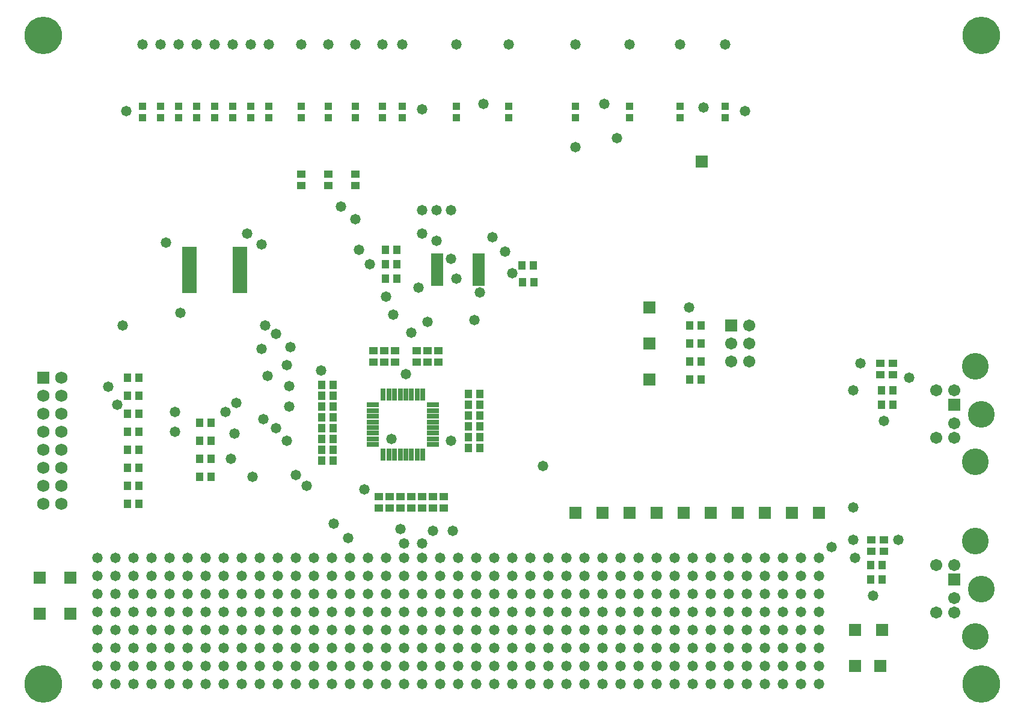
<source format=gts>
G04*
G04 #@! TF.GenerationSoftware,Altium Limited,Altium Designer,22.3.1 (43)*
G04*
G04 Layer_Color=8388736*
%FSLAX25Y25*%
%MOIN*%
G70*
G04*
G04 #@! TF.SameCoordinates,95171FB7-D515-428C-BD45-E7A15DE81ABC*
G04*
G04*
G04 #@! TF.FilePolarity,Negative*
G04*
G01*
G75*
%ADD23R,0.03950X0.03950*%
%ADD24R,0.03950X0.04540*%
%ADD25R,0.07887X0.02572*%
%ADD26R,0.06607X0.02572*%
%ADD27R,0.04540X0.03950*%
%ADD28R,0.03162X0.06607*%
%ADD29R,0.06607X0.03162*%
%ADD30C,0.20800*%
%ADD31R,0.06706X0.06706*%
%ADD32C,0.14796*%
%ADD33C,0.06741*%
%ADD34R,0.06741X0.06741*%
%ADD35C,0.06706*%
%ADD36R,0.06706X0.06706*%
%ADD37C,0.06800*%
%ADD38R,0.06800X0.06800*%
%ADD39C,0.05800*%
D23*
X315000Y334350D02*
D03*
Y340650D02*
D03*
X219000Y334350D02*
D03*
Y340650D02*
D03*
X208000Y334350D02*
D03*
Y340650D02*
D03*
X345000Y334350D02*
D03*
Y340650D02*
D03*
X249000Y334350D02*
D03*
Y340650D02*
D03*
X278000Y334350D02*
D03*
Y340650D02*
D03*
X373000Y334350D02*
D03*
Y340650D02*
D03*
X398000Y334350D02*
D03*
Y340650D02*
D03*
X75000Y334350D02*
D03*
Y340650D02*
D03*
X85000Y334350D02*
D03*
Y340650D02*
D03*
X95000Y334350D02*
D03*
Y340650D02*
D03*
X105000Y334350D02*
D03*
Y340650D02*
D03*
X115000Y334350D02*
D03*
Y340650D02*
D03*
X125000Y334350D02*
D03*
Y340650D02*
D03*
X135000Y334350D02*
D03*
Y340650D02*
D03*
X145000Y334350D02*
D03*
Y340650D02*
D03*
X193000Y334350D02*
D03*
Y340650D02*
D03*
X178000Y334350D02*
D03*
Y340650D02*
D03*
X163000Y334350D02*
D03*
Y340650D02*
D03*
D24*
X378350Y209000D02*
D03*
X384650D02*
D03*
X209850Y261000D02*
D03*
X216150D02*
D03*
X209850Y253000D02*
D03*
X216150D02*
D03*
X209850Y245000D02*
D03*
X216150D02*
D03*
X292150Y243000D02*
D03*
X285850D02*
D03*
X291650Y252500D02*
D03*
X285350D02*
D03*
X378350Y219000D02*
D03*
X384650D02*
D03*
X73150Y190000D02*
D03*
X66850D02*
D03*
X384650Y189000D02*
D03*
X378350D02*
D03*
X73150Y180000D02*
D03*
X66850D02*
D03*
X378350Y199000D02*
D03*
X384650D02*
D03*
X106850Y165000D02*
D03*
X113150D02*
D03*
X73150Y170000D02*
D03*
X66850D02*
D03*
X106850Y155000D02*
D03*
X113150D02*
D03*
X73150Y160000D02*
D03*
X66850D02*
D03*
X106850Y145000D02*
D03*
X113150D02*
D03*
X73150Y150000D02*
D03*
X66850D02*
D03*
X106850Y135000D02*
D03*
X113150D02*
D03*
X73150Y140000D02*
D03*
X66850D02*
D03*
X73150Y130000D02*
D03*
X66850D02*
D03*
X73150Y120000D02*
D03*
X66850D02*
D03*
X255850Y181000D02*
D03*
X262150D02*
D03*
X174350Y186000D02*
D03*
X180650D02*
D03*
X255850Y175000D02*
D03*
X262150D02*
D03*
X174350Y180000D02*
D03*
X180650D02*
D03*
X255850Y169000D02*
D03*
X262150D02*
D03*
X174350Y174000D02*
D03*
X180650D02*
D03*
X255850Y163000D02*
D03*
X262150D02*
D03*
X174350Y168000D02*
D03*
X180650D02*
D03*
X255850Y157000D02*
D03*
X262150D02*
D03*
X174350Y162000D02*
D03*
X180650D02*
D03*
X255850Y151000D02*
D03*
X262150D02*
D03*
X174350Y156000D02*
D03*
X180650D02*
D03*
X174350Y150000D02*
D03*
X180650D02*
D03*
X174350Y144000D02*
D03*
X180650D02*
D03*
X484850Y175000D02*
D03*
X491150D02*
D03*
X484850Y183000D02*
D03*
X491150D02*
D03*
X478850Y78000D02*
D03*
X485150D02*
D03*
X478850Y86000D02*
D03*
X485150D02*
D03*
D25*
X101024Y261516D02*
D03*
Y258957D02*
D03*
Y256398D02*
D03*
Y253839D02*
D03*
Y251279D02*
D03*
Y248721D02*
D03*
Y246161D02*
D03*
Y243602D02*
D03*
Y241043D02*
D03*
Y238484D02*
D03*
X128976D02*
D03*
Y241043D02*
D03*
Y243602D02*
D03*
Y246161D02*
D03*
Y248721D02*
D03*
Y251279D02*
D03*
Y253839D02*
D03*
Y256398D02*
D03*
Y258957D02*
D03*
Y261516D02*
D03*
D26*
X238433Y257677D02*
D03*
Y255118D02*
D03*
Y252559D02*
D03*
Y250000D02*
D03*
Y247441D02*
D03*
Y244882D02*
D03*
Y242323D02*
D03*
X261567D02*
D03*
Y244882D02*
D03*
Y247441D02*
D03*
Y250000D02*
D03*
Y252559D02*
D03*
Y255118D02*
D03*
Y257677D02*
D03*
D27*
X163000Y296850D02*
D03*
Y303150D02*
D03*
X178000Y296850D02*
D03*
Y303150D02*
D03*
X193000Y296850D02*
D03*
Y303150D02*
D03*
X227000Y198850D02*
D03*
Y205150D02*
D03*
X215000D02*
D03*
Y198850D02*
D03*
X233000D02*
D03*
Y205150D02*
D03*
X209000D02*
D03*
Y198850D02*
D03*
X239000D02*
D03*
Y205150D02*
D03*
X203000D02*
D03*
Y198850D02*
D03*
X491000Y191850D02*
D03*
Y198150D02*
D03*
X484000Y191850D02*
D03*
Y198150D02*
D03*
X242000Y124150D02*
D03*
Y117850D02*
D03*
X236000Y124150D02*
D03*
Y117850D02*
D03*
X230000Y124150D02*
D03*
Y117850D02*
D03*
X224000Y124150D02*
D03*
Y117850D02*
D03*
X206000D02*
D03*
Y124150D02*
D03*
X218000D02*
D03*
Y117850D02*
D03*
X212000Y124150D02*
D03*
Y117850D02*
D03*
X486000Y93850D02*
D03*
Y100150D02*
D03*
X479000Y93850D02*
D03*
Y100150D02*
D03*
D28*
X208476Y180685D02*
D03*
X211626D02*
D03*
X214776D02*
D03*
X217925D02*
D03*
X221075D02*
D03*
X224224D02*
D03*
X227374D02*
D03*
X230524D02*
D03*
Y147315D02*
D03*
X227374D02*
D03*
X224224D02*
D03*
X221075D02*
D03*
X217925D02*
D03*
X214776D02*
D03*
X211626D02*
D03*
X208476D02*
D03*
D29*
X236185Y175024D02*
D03*
Y171874D02*
D03*
Y168724D02*
D03*
Y165575D02*
D03*
Y162425D02*
D03*
Y159276D02*
D03*
Y156126D02*
D03*
Y152976D02*
D03*
X202815D02*
D03*
Y156126D02*
D03*
Y159276D02*
D03*
Y162425D02*
D03*
Y165575D02*
D03*
Y168724D02*
D03*
Y171874D02*
D03*
Y175024D02*
D03*
D30*
X20000Y380000D02*
D03*
X540000D02*
D03*
X20000Y20000D02*
D03*
X540000D02*
D03*
D31*
X35000Y59000D02*
D03*
X18000Y79000D02*
D03*
Y59000D02*
D03*
X35000Y79000D02*
D03*
X484000Y30000D02*
D03*
X485000Y50000D02*
D03*
X470000Y30000D02*
D03*
Y50000D02*
D03*
X356000Y189000D02*
D03*
Y229000D02*
D03*
X385000Y310000D02*
D03*
X356000Y209000D02*
D03*
X315000Y115000D02*
D03*
X330000D02*
D03*
X345000D02*
D03*
X360000D02*
D03*
X375000D02*
D03*
X390000D02*
D03*
X405000D02*
D03*
X420000D02*
D03*
X435000D02*
D03*
X450000D02*
D03*
D32*
X536811Y196496D02*
D03*
Y143268D02*
D03*
X540000Y169882D02*
D03*
X536811Y99496D02*
D03*
Y46268D02*
D03*
X540000Y72882D02*
D03*
D33*
X515197Y156693D02*
D03*
Y183071D02*
D03*
X525000Y156693D02*
D03*
Y183071D02*
D03*
Y164764D02*
D03*
X515197Y59693D02*
D03*
Y86071D02*
D03*
X525000Y59693D02*
D03*
Y86071D02*
D03*
Y67764D02*
D03*
D34*
Y175000D02*
D03*
Y78000D02*
D03*
D35*
X411500Y199000D02*
D03*
X401500D02*
D03*
X411500Y209000D02*
D03*
X401500D02*
D03*
X411500Y219000D02*
D03*
D36*
X401500D02*
D03*
D37*
X30000Y120000D02*
D03*
Y130000D02*
D03*
Y140000D02*
D03*
Y150000D02*
D03*
Y160000D02*
D03*
Y170000D02*
D03*
Y180000D02*
D03*
X20000Y120000D02*
D03*
Y130000D02*
D03*
Y140000D02*
D03*
Y150000D02*
D03*
Y160000D02*
D03*
Y170000D02*
D03*
X30000Y190000D02*
D03*
X20000Y180000D02*
D03*
D38*
Y190000D02*
D03*
D39*
X297000Y141000D02*
D03*
X220000Y98000D02*
D03*
X218000Y106000D02*
D03*
X259000Y222000D02*
D03*
X201000Y253000D02*
D03*
X262000Y237500D02*
D03*
X457000Y96000D02*
D03*
X470000Y90000D02*
D03*
X469000Y118000D02*
D03*
Y183000D02*
D03*
X378000Y229000D02*
D03*
X224000Y215000D02*
D03*
X494000Y100000D02*
D03*
X228000Y240000D02*
D03*
X155000Y155000D02*
D03*
X195000Y261000D02*
D03*
X160000Y136000D02*
D03*
X210000Y235000D02*
D03*
X166000Y130000D02*
D03*
X247000Y105000D02*
D03*
X236000D02*
D03*
X230000Y98000D02*
D03*
X198000Y128000D02*
D03*
X181000Y109000D02*
D03*
X124000Y145000D02*
D03*
X126000Y159000D02*
D03*
X189000Y101000D02*
D03*
X214000Y225000D02*
D03*
X136000Y135000D02*
D03*
X155000Y197000D02*
D03*
X156500Y174000D02*
D03*
Y185379D02*
D03*
X141000Y206000D02*
D03*
X157000Y207000D02*
D03*
X149000Y214500D02*
D03*
X174000Y194000D02*
D03*
X127000Y176000D02*
D03*
X121000Y171000D02*
D03*
X144500Y191000D02*
D03*
X61000Y175000D02*
D03*
X56000Y185000D02*
D03*
X64000Y219000D02*
D03*
X143000D02*
D03*
X280000Y248000D02*
D03*
X276000Y260000D02*
D03*
X315000Y318000D02*
D03*
X338000Y323000D02*
D03*
X249000Y245000D02*
D03*
X386000Y340000D02*
D03*
X409000Y338000D02*
D03*
X331000Y342000D02*
D03*
X264000D02*
D03*
X246000Y283000D02*
D03*
Y256000D02*
D03*
X238000Y266000D02*
D03*
Y283000D02*
D03*
X230000D02*
D03*
Y270000D02*
D03*
X193000Y278000D02*
D03*
X233000Y221000D02*
D03*
X185000Y285000D02*
D03*
X149000Y162000D02*
D03*
X142000Y167000D02*
D03*
X93000Y160000D02*
D03*
Y171000D02*
D03*
X270000Y90000D02*
D03*
X280000D02*
D03*
X290000D02*
D03*
X300000D02*
D03*
X310000D02*
D03*
X320000D02*
D03*
X330000D02*
D03*
X340000D02*
D03*
X350000D02*
D03*
X360000D02*
D03*
X370000D02*
D03*
X380000D02*
D03*
X390000D02*
D03*
X400000D02*
D03*
X410000D02*
D03*
X420000D02*
D03*
X430000D02*
D03*
X440000D02*
D03*
X450000D02*
D03*
X260000D02*
D03*
X250000D02*
D03*
X240000D02*
D03*
X230000D02*
D03*
X220000D02*
D03*
X210000D02*
D03*
X200000D02*
D03*
X190000D02*
D03*
X180000D02*
D03*
X170000D02*
D03*
X160000D02*
D03*
X150000D02*
D03*
X140000D02*
D03*
X130000D02*
D03*
X120000D02*
D03*
X110000D02*
D03*
X90000D02*
D03*
X100000D02*
D03*
X80000D02*
D03*
X70000D02*
D03*
X50000D02*
D03*
X60000D02*
D03*
X270000Y20000D02*
D03*
X280000D02*
D03*
X290000D02*
D03*
X300000D02*
D03*
X310000D02*
D03*
X320000D02*
D03*
X330000D02*
D03*
X340000D02*
D03*
X350000D02*
D03*
X360000D02*
D03*
X370000D02*
D03*
X380000D02*
D03*
X390000D02*
D03*
X400000D02*
D03*
X410000D02*
D03*
X420000D02*
D03*
X430000D02*
D03*
X440000D02*
D03*
X450000D02*
D03*
X260000D02*
D03*
X250000D02*
D03*
X240000D02*
D03*
X230000D02*
D03*
X220000D02*
D03*
X210000D02*
D03*
X200000D02*
D03*
X190000D02*
D03*
X180000D02*
D03*
X170000D02*
D03*
X160000D02*
D03*
X150000D02*
D03*
X140000D02*
D03*
X130000D02*
D03*
X120000D02*
D03*
X110000D02*
D03*
X90000D02*
D03*
X100000D02*
D03*
X80000D02*
D03*
X70000D02*
D03*
X50000D02*
D03*
X60000D02*
D03*
X270000Y30000D02*
D03*
X280000D02*
D03*
X290000D02*
D03*
X300000D02*
D03*
X310000D02*
D03*
X320000D02*
D03*
X330000D02*
D03*
X340000D02*
D03*
X350000D02*
D03*
X360000D02*
D03*
X370000D02*
D03*
X380000D02*
D03*
X390000D02*
D03*
X400000D02*
D03*
X410000D02*
D03*
X420000D02*
D03*
X430000D02*
D03*
X440000D02*
D03*
X450000D02*
D03*
X260000D02*
D03*
X250000D02*
D03*
X240000D02*
D03*
X230000D02*
D03*
X220000D02*
D03*
X210000D02*
D03*
X200000D02*
D03*
X190000D02*
D03*
X180000D02*
D03*
X170000D02*
D03*
X160000D02*
D03*
X150000D02*
D03*
X140000D02*
D03*
X130000D02*
D03*
X120000D02*
D03*
X110000D02*
D03*
X90000D02*
D03*
X100000D02*
D03*
X80000D02*
D03*
X70000D02*
D03*
X50000D02*
D03*
X60000D02*
D03*
X270000Y40000D02*
D03*
X280000D02*
D03*
X290000D02*
D03*
X300000D02*
D03*
X310000D02*
D03*
X320000D02*
D03*
X330000D02*
D03*
X340000D02*
D03*
X350000D02*
D03*
X360000D02*
D03*
X370000D02*
D03*
X380000D02*
D03*
X390000D02*
D03*
X400000D02*
D03*
X410000D02*
D03*
X420000D02*
D03*
X430000D02*
D03*
X440000D02*
D03*
X450000D02*
D03*
X260000D02*
D03*
X250000D02*
D03*
X240000D02*
D03*
X230000D02*
D03*
X220000D02*
D03*
X210000D02*
D03*
X200000D02*
D03*
X190000D02*
D03*
X180000D02*
D03*
X170000D02*
D03*
X160000D02*
D03*
X150000D02*
D03*
X140000D02*
D03*
X130000D02*
D03*
X120000D02*
D03*
X110000D02*
D03*
X90000D02*
D03*
X100000D02*
D03*
X80000D02*
D03*
X70000D02*
D03*
X50000D02*
D03*
X60000D02*
D03*
X270000Y50000D02*
D03*
X280000D02*
D03*
X290000D02*
D03*
X300000D02*
D03*
X310000D02*
D03*
X320000D02*
D03*
X330000D02*
D03*
X340000D02*
D03*
X350000D02*
D03*
X360000D02*
D03*
X370000D02*
D03*
X380000D02*
D03*
X390000D02*
D03*
X400000D02*
D03*
X410000D02*
D03*
X420000D02*
D03*
X430000D02*
D03*
X440000D02*
D03*
X450000D02*
D03*
X260000D02*
D03*
X250000D02*
D03*
X240000D02*
D03*
X230000D02*
D03*
X220000D02*
D03*
X210000D02*
D03*
X200000D02*
D03*
X190000D02*
D03*
X180000D02*
D03*
X170000D02*
D03*
X160000D02*
D03*
X150000D02*
D03*
X140000D02*
D03*
X130000D02*
D03*
X120000D02*
D03*
X110000D02*
D03*
X90000D02*
D03*
X100000D02*
D03*
X80000D02*
D03*
X70000D02*
D03*
X50000D02*
D03*
X60000D02*
D03*
X270000Y70000D02*
D03*
X280000D02*
D03*
X290000D02*
D03*
X300000D02*
D03*
X310000D02*
D03*
X320000D02*
D03*
X330000D02*
D03*
X340000D02*
D03*
X350000D02*
D03*
X360000D02*
D03*
X370000D02*
D03*
X380000D02*
D03*
X390000D02*
D03*
X400000D02*
D03*
X410000D02*
D03*
X420000D02*
D03*
X430000D02*
D03*
X440000D02*
D03*
X450000D02*
D03*
X260000D02*
D03*
X250000D02*
D03*
X240000D02*
D03*
X230000D02*
D03*
X220000D02*
D03*
X210000D02*
D03*
X200000D02*
D03*
X190000D02*
D03*
X180000D02*
D03*
X170000D02*
D03*
X160000D02*
D03*
X150000D02*
D03*
X140000D02*
D03*
X130000D02*
D03*
X120000D02*
D03*
X110000D02*
D03*
X90000D02*
D03*
X100000D02*
D03*
X80000D02*
D03*
X70000D02*
D03*
X50000D02*
D03*
X60000D02*
D03*
X270000Y80000D02*
D03*
X280000D02*
D03*
X290000D02*
D03*
X300000D02*
D03*
X310000D02*
D03*
X320000D02*
D03*
X330000D02*
D03*
X340000D02*
D03*
X350000D02*
D03*
X360000D02*
D03*
X370000D02*
D03*
X380000D02*
D03*
X390000D02*
D03*
X400000D02*
D03*
X410000D02*
D03*
X420000D02*
D03*
X430000D02*
D03*
X440000D02*
D03*
X450000D02*
D03*
X260000D02*
D03*
X250000D02*
D03*
X240000D02*
D03*
X230000D02*
D03*
X220000D02*
D03*
X210000D02*
D03*
X200000D02*
D03*
X190000D02*
D03*
X180000D02*
D03*
X170000D02*
D03*
X160000D02*
D03*
X150000D02*
D03*
X140000D02*
D03*
X130000D02*
D03*
X120000D02*
D03*
X110000D02*
D03*
X90000D02*
D03*
X100000D02*
D03*
X80000D02*
D03*
X70000D02*
D03*
X50000D02*
D03*
X60000D02*
D03*
Y60000D02*
D03*
X50000D02*
D03*
X70000D02*
D03*
X80000D02*
D03*
X100000D02*
D03*
X90000D02*
D03*
X110000D02*
D03*
X120000D02*
D03*
X130000D02*
D03*
X140000D02*
D03*
X150000D02*
D03*
X160000D02*
D03*
X170000D02*
D03*
X180000D02*
D03*
X190000D02*
D03*
X200000D02*
D03*
X210000D02*
D03*
X220000D02*
D03*
X230000D02*
D03*
X240000D02*
D03*
X250000D02*
D03*
X260000D02*
D03*
X450000D02*
D03*
X440000D02*
D03*
X430000D02*
D03*
X420000D02*
D03*
X410000D02*
D03*
X400000D02*
D03*
X390000D02*
D03*
X380000D02*
D03*
X370000D02*
D03*
X360000D02*
D03*
X350000D02*
D03*
X340000D02*
D03*
X330000D02*
D03*
X320000D02*
D03*
X310000D02*
D03*
X300000D02*
D03*
X290000D02*
D03*
X280000D02*
D03*
X270000D02*
D03*
X269000Y268000D02*
D03*
X88000Y265000D02*
D03*
X96000Y226000D02*
D03*
X141000Y264000D02*
D03*
X133000Y270000D02*
D03*
X398000Y375000D02*
D03*
X373000D02*
D03*
X345000D02*
D03*
X315000D02*
D03*
X278000D02*
D03*
X249000D02*
D03*
X219000D02*
D03*
X208000D02*
D03*
X230000Y339000D02*
D03*
X66000Y338000D02*
D03*
X193000Y375000D02*
D03*
X178000D02*
D03*
X163000D02*
D03*
X145000D02*
D03*
X135000D02*
D03*
X125000D02*
D03*
X115000D02*
D03*
X105000D02*
D03*
X95000D02*
D03*
X85000D02*
D03*
X75000D02*
D03*
X480000Y69000D02*
D03*
X469000Y100000D02*
D03*
X486000Y166000D02*
D03*
X500000Y190000D02*
D03*
X473000Y198000D02*
D03*
X213000Y156000D02*
D03*
X246000Y155000D02*
D03*
X221000Y192000D02*
D03*
M02*

</source>
